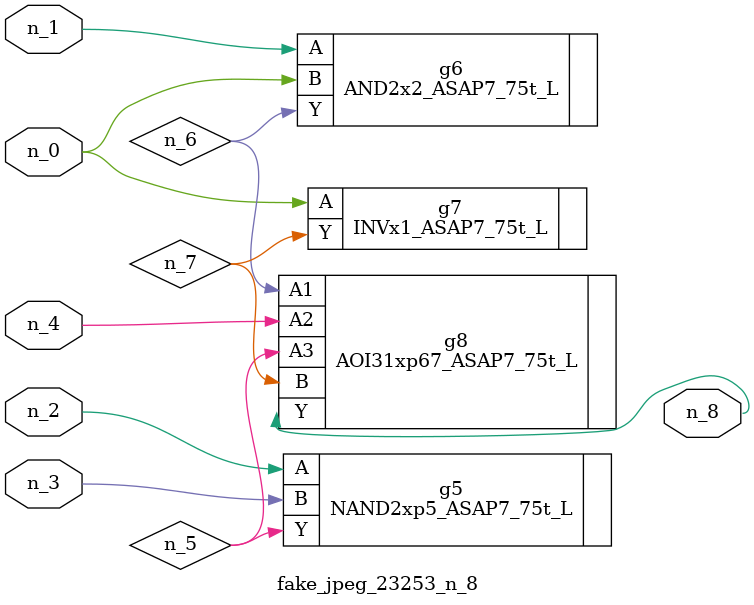
<source format=v>
module fake_jpeg_23253_n_8 (n_3, n_2, n_1, n_0, n_4, n_8);

input n_3;
input n_2;
input n_1;
input n_0;
input n_4;

output n_8;

wire n_6;
wire n_5;
wire n_7;

NAND2xp5_ASAP7_75t_L g5 ( 
.A(n_2),
.B(n_3),
.Y(n_5)
);

AND2x2_ASAP7_75t_L g6 ( 
.A(n_1),
.B(n_0),
.Y(n_6)
);

INVx1_ASAP7_75t_L g7 ( 
.A(n_0),
.Y(n_7)
);

AOI31xp67_ASAP7_75t_L g8 ( 
.A1(n_6),
.A2(n_4),
.A3(n_5),
.B(n_7),
.Y(n_8)
);


endmodule
</source>
